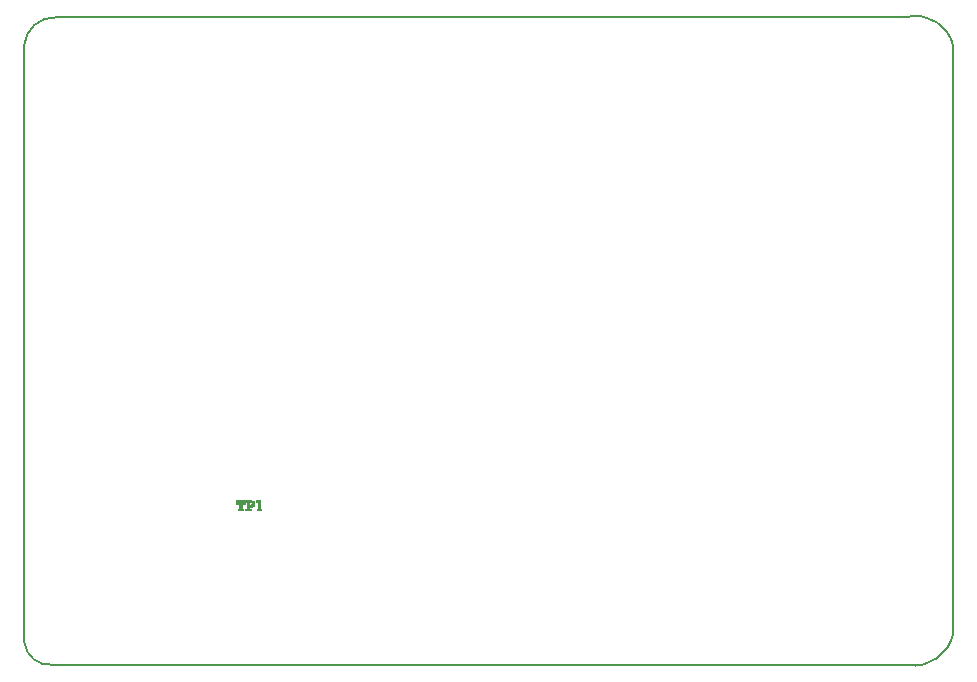
<source format=gbr>
%FSLAX23Y23*%
%MOIN*%
G04 EasyPC Gerber Version 15.0.4 Build 3016 *
%ADD14C,0.00100*%
%ADD16C,0.00500*%
X0Y0D02*
D02*
D14*
X714Y520D02*
Y525D01*
X718*
Y547*
X714*
Y540*
X707*
Y553*
X737*
Y540*
X731*
Y547*
X727*
Y525*
X731*
Y520*
X714*
X757Y525D02*
Y520D01*
X740*
Y525*
X744*
Y547*
X740*
Y553*
X757*
X763Y552*
X767Y550*
X770Y546*
X770Y542*
Y539*
X769Y537*
X768Y535*
X766Y533*
X762Y532*
X760Y532*
X756*
X753*
Y525*
X757*
X753Y537D02*
X754D01*
X758Y537*
X760Y539*
X762Y540*
Y542*
X761Y546*
X759Y547*
X757Y547*
X755*
X753*
Y537*
X778Y520D02*
Y525D01*
X781*
Y547*
X776*
Y553*
X788*
Y525*
X792*
Y520*
X778*
X714Y520D02*
X731D01*
X740D02*
X757D01*
X778D02*
X792D01*
X714Y521D02*
X731D01*
X740D02*
X757D01*
X778D02*
X792D01*
X714Y522D02*
X731D01*
X740D02*
X757D01*
X778D02*
X792D01*
X714Y523D02*
X731D01*
X740D02*
X757D01*
X778D02*
X792D01*
X714Y524D02*
X731D01*
X740D02*
X757D01*
X778D02*
X792D01*
X714Y525D02*
X731D01*
X740D02*
X757D01*
X778D02*
X792D01*
X718Y525D02*
X727D01*
X744D02*
X753D01*
X781D02*
X788D01*
X718Y526D02*
X727D01*
X744D02*
X753D01*
X781D02*
X788D01*
X718Y527D02*
X727D01*
X744D02*
X753D01*
X781D02*
X788D01*
X718Y528D02*
X727D01*
X744D02*
X753D01*
X781D02*
X788D01*
X718Y529D02*
X727D01*
X744D02*
X753D01*
X781D02*
X788D01*
X718Y530D02*
X727D01*
X744D02*
X753D01*
X781D02*
X788D01*
X718Y531D02*
X727D01*
X744D02*
X753D01*
X781D02*
X788D01*
X718Y532D02*
X727D01*
X744D02*
X762D01*
X781D02*
X788D01*
X718Y533D02*
X727D01*
X744D02*
X765D01*
X781D02*
X788D01*
X718Y534D02*
X727D01*
X744D02*
X767D01*
X781D02*
X788D01*
X718Y535D02*
X727D01*
X744D02*
X768D01*
X781D02*
X788D01*
X718Y536D02*
X727D01*
X744D02*
X769D01*
X781D02*
X788D01*
X718Y537D02*
X727D01*
X744D02*
X769D01*
X781D02*
X788D01*
X718Y538D02*
X727D01*
X744D02*
X753D01*
X758D02*
X770D01*
X781D02*
X788D01*
X718Y539D02*
X727D01*
X744D02*
X753D01*
X760D02*
X770D01*
X781D02*
X788D01*
X718Y540D02*
X727D01*
X744D02*
X753D01*
X761D02*
X770D01*
X781D02*
X788D01*
X707Y540D02*
X714D01*
X718D02*
X727D01*
X731D02*
X737D01*
X744D02*
X753D01*
X762D02*
X770D01*
X781D02*
X788D01*
X707Y541D02*
X714D01*
X718D02*
X727D01*
X731D02*
X737D01*
X744D02*
X753D01*
X762D02*
X770D01*
X781D02*
X788D01*
X707Y542D02*
X714D01*
X718D02*
X727D01*
X731D02*
X737D01*
X744D02*
X753D01*
X762D02*
X770D01*
X781D02*
X788D01*
X707Y543D02*
X714D01*
X718D02*
X727D01*
X731D02*
X737D01*
X744D02*
X753D01*
X761D02*
X770D01*
X781D02*
X788D01*
X707Y544D02*
X714D01*
X718D02*
X727D01*
X731D02*
X737D01*
X744D02*
X753D01*
X761D02*
X770D01*
X781D02*
X788D01*
X707Y545D02*
X714D01*
X718D02*
X727D01*
X731D02*
X737D01*
X744D02*
X753D01*
X761D02*
X770D01*
X781D02*
X788D01*
X707Y546D02*
X714D01*
X718D02*
X727D01*
X731D02*
X737D01*
X744D02*
X753D01*
X760D02*
X770D01*
X781D02*
X788D01*
X707Y547D02*
X714D01*
X718D02*
X727D01*
X731D02*
X737D01*
X744D02*
X753D01*
X758D02*
X769D01*
X781D02*
X788D01*
X707Y548D02*
X737D01*
X740D02*
X768D01*
X776D02*
X788D01*
X707Y549D02*
X737D01*
X740D02*
X768D01*
X776D02*
X788D01*
X707Y550D02*
X737D01*
X740D02*
X767D01*
X776D02*
X788D01*
X707Y551D02*
X737D01*
X740D02*
X765D01*
X776D02*
X788D01*
X707Y552D02*
X737D01*
X740D02*
X764D01*
X776D02*
X788D01*
X707Y553D02*
X737D01*
X740D02*
X759D01*
X776D02*
X788D01*
D02*
D16*
X3Y80D02*
G75*
G03X95Y4I84J9D01*
G01*
X2947*
G75*
G03X3100Y113I22J131*
G01*
X3100Y2065*
G75*
G03X2948Y2164I-126J-26*
G01*
X110Y2163*
G75*
G03X3Y2067I-6J-102*
G01*
Y80*
X0Y0D02*
M02*

</source>
